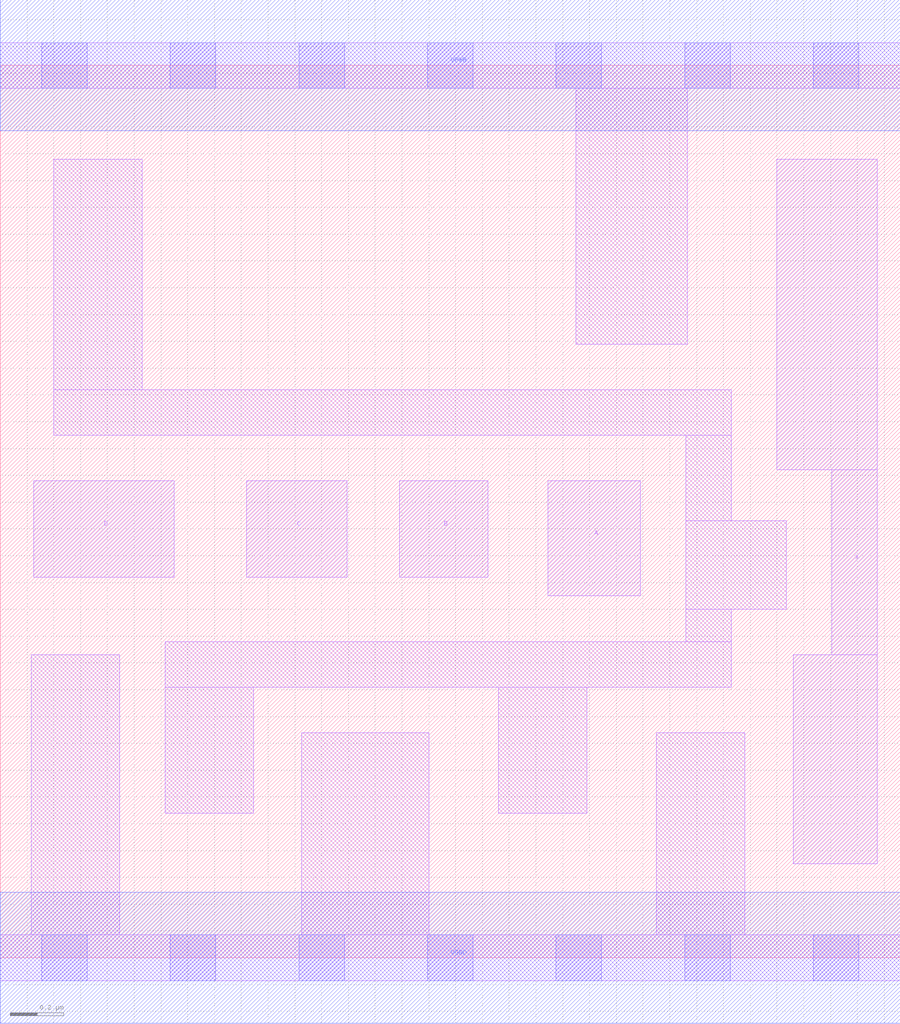
<source format=lef>
# Copyright 2020 The SkyWater PDK Authors
#
# Licensed under the Apache License, Version 2.0 (the "License");
# you may not use this file except in compliance with the License.
# You may obtain a copy of the License at
#
#     https://www.apache.org/licenses/LICENSE-2.0
#
# Unless required by applicable law or agreed to in writing, software
# distributed under the License is distributed on an "AS IS" BASIS,
# WITHOUT WARRANTIES OR CONDITIONS OF ANY KIND, either express or implied.
# See the License for the specific language governing permissions and
# limitations under the License.
#
# SPDX-License-Identifier: Apache-2.0

VERSION 5.7 ;
  NAMESCASESENSITIVE ON ;
  NOWIREEXTENSIONATPIN ON ;
  DIVIDERCHAR "/" ;
  BUSBITCHARS "[]" ;
UNITS
  DATABASE MICRONS 200 ;
END UNITS
MACRO sky130_fd_sc_ls__or4_1
  CLASS CORE ;
  FOREIGN sky130_fd_sc_ls__or4_1 ;
  ORIGIN  0.000000  0.000000 ;
  SIZE  3.360000 BY  3.330000 ;
  SYMMETRY X Y ;
  SITE unit ;
  PIN A
    ANTENNAGATEAREA  0.232500 ;
    DIRECTION INPUT ;
    USE SIGNAL ;
    PORT
      LAYER li1 ;
        RECT 2.045000 1.350000 2.390000 1.780000 ;
    END
  END A
  PIN B
    ANTENNAGATEAREA  0.232500 ;
    DIRECTION INPUT ;
    USE SIGNAL ;
    PORT
      LAYER li1 ;
        RECT 1.490000 1.420000 1.820000 1.780000 ;
    END
  END B
  PIN C
    ANTENNAGATEAREA  0.232500 ;
    DIRECTION INPUT ;
    USE SIGNAL ;
    PORT
      LAYER li1 ;
        RECT 0.920000 1.420000 1.295000 1.780000 ;
    END
  END C
  PIN D
    ANTENNAGATEAREA  0.232500 ;
    DIRECTION INPUT ;
    USE SIGNAL ;
    PORT
      LAYER li1 ;
        RECT 0.125000 1.420000 0.650000 1.780000 ;
    END
  END D
  PIN X
    ANTENNADIFFAREA  0.541300 ;
    DIRECTION OUTPUT ;
    USE SIGNAL ;
    PORT
      LAYER li1 ;
        RECT 2.900000 1.820000 3.275000 2.980000 ;
        RECT 2.960000 0.350000 3.275000 1.130000 ;
        RECT 3.105000 1.130000 3.275000 1.820000 ;
    END
  END X
  PIN VGND
    DIRECTION INOUT ;
    SHAPE ABUTMENT ;
    USE GROUND ;
    PORT
      LAYER met1 ;
        RECT 0.000000 -0.245000 3.360000 0.245000 ;
    END
  END VGND
  PIN VPWR
    DIRECTION INOUT ;
    SHAPE ABUTMENT ;
    USE POWER ;
    PORT
      LAYER met1 ;
        RECT 0.000000 3.085000 3.360000 3.575000 ;
    END
  END VPWR
  OBS
    LAYER li1 ;
      RECT 0.000000 -0.085000 3.360000 0.085000 ;
      RECT 0.000000  3.245000 3.360000 3.415000 ;
      RECT 0.115000  0.085000 0.445000 1.130000 ;
      RECT 0.200000  1.950000 2.730000 2.120000 ;
      RECT 0.200000  2.120000 0.530000 2.980000 ;
      RECT 0.615000  0.540000 0.945000 1.010000 ;
      RECT 0.615000  1.010000 2.730000 1.180000 ;
      RECT 1.125000  0.085000 1.600000 0.840000 ;
      RECT 1.860000  0.540000 2.190000 1.010000 ;
      RECT 2.150000  2.290000 2.565000 3.245000 ;
      RECT 2.450000  0.085000 2.780000 0.840000 ;
      RECT 2.560000  1.180000 2.730000 1.300000 ;
      RECT 2.560000  1.300000 2.935000 1.630000 ;
      RECT 2.560000  1.630000 2.730000 1.950000 ;
    LAYER mcon ;
      RECT 0.155000 -0.085000 0.325000 0.085000 ;
      RECT 0.155000  3.245000 0.325000 3.415000 ;
      RECT 0.635000 -0.085000 0.805000 0.085000 ;
      RECT 0.635000  3.245000 0.805000 3.415000 ;
      RECT 1.115000 -0.085000 1.285000 0.085000 ;
      RECT 1.115000  3.245000 1.285000 3.415000 ;
      RECT 1.595000 -0.085000 1.765000 0.085000 ;
      RECT 1.595000  3.245000 1.765000 3.415000 ;
      RECT 2.075000 -0.085000 2.245000 0.085000 ;
      RECT 2.075000  3.245000 2.245000 3.415000 ;
      RECT 2.555000 -0.085000 2.725000 0.085000 ;
      RECT 2.555000  3.245000 2.725000 3.415000 ;
      RECT 3.035000 -0.085000 3.205000 0.085000 ;
      RECT 3.035000  3.245000 3.205000 3.415000 ;
  END
END sky130_fd_sc_ls__or4_1
END LIBRARY

</source>
